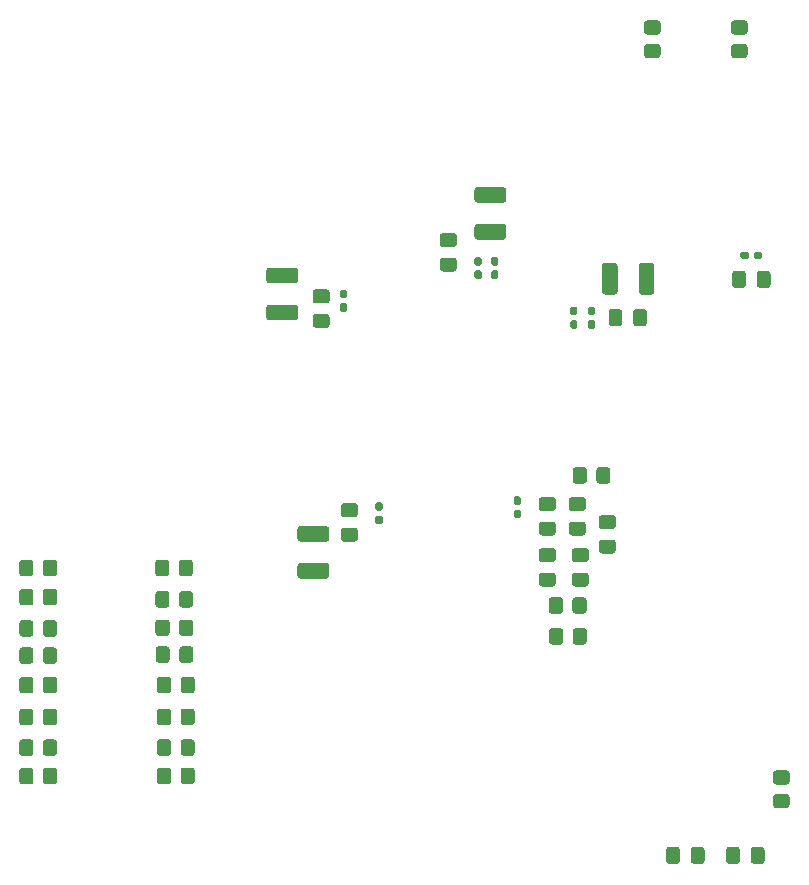
<source format=gbp>
G04 #@! TF.GenerationSoftware,KiCad,Pcbnew,5.1.10-88a1d61d58~88~ubuntu20.04.1*
G04 #@! TF.CreationDate,2021-04-28T19:55:47-05:00*
G04 #@! TF.ProjectId,obi1,6f626931-2e6b-4696-9361-645f70636258,rev?*
G04 #@! TF.SameCoordinates,Original*
G04 #@! TF.FileFunction,Paste,Bot*
G04 #@! TF.FilePolarity,Positive*
%FSLAX46Y46*%
G04 Gerber Fmt 4.6, Leading zero omitted, Abs format (unit mm)*
G04 Created by KiCad (PCBNEW 5.1.10-88a1d61d58~88~ubuntu20.04.1) date 2021-04-28 19:55:47*
%MOMM*%
%LPD*%
G01*
G04 APERTURE LIST*
G04 APERTURE END LIST*
G36*
G01*
X149944003Y-112715000D02*
X147743997Y-112715000D01*
G75*
G02*
X147494000Y-112465003I0J249997D01*
G01*
X147494000Y-111639997D01*
G75*
G02*
X147743997Y-111390000I249997J0D01*
G01*
X149944003Y-111390000D01*
G75*
G02*
X150194000Y-111639997I0J-249997D01*
G01*
X150194000Y-112465003D01*
G75*
G02*
X149944003Y-112715000I-249997J0D01*
G01*
G37*
G36*
G01*
X149944003Y-109590000D02*
X147743997Y-109590000D01*
G75*
G02*
X147494000Y-109340003I0J249997D01*
G01*
X147494000Y-108514997D01*
G75*
G02*
X147743997Y-108265000I249997J0D01*
G01*
X149944003Y-108265000D01*
G75*
G02*
X150194000Y-108514997I0J-249997D01*
G01*
X150194000Y-109340003D01*
G75*
G02*
X149944003Y-109590000I-249997J0D01*
G01*
G37*
G36*
G01*
X136800000Y-126569999D02*
X136800000Y-127470001D01*
G75*
G02*
X136550001Y-127720000I-249999J0D01*
G01*
X135849999Y-127720000D01*
G75*
G02*
X135600000Y-127470001I0J249999D01*
G01*
X135600000Y-126569999D01*
G75*
G02*
X135849999Y-126320000I249999J0D01*
G01*
X136550001Y-126320000D01*
G75*
G02*
X136800000Y-126569999I0J-249999D01*
G01*
G37*
G36*
G01*
X138800000Y-126569999D02*
X138800000Y-127470001D01*
G75*
G02*
X138550001Y-127720000I-249999J0D01*
G01*
X137849999Y-127720000D01*
G75*
G02*
X137600000Y-127470001I0J249999D01*
G01*
X137600000Y-126569999D01*
G75*
G02*
X137849999Y-126320000I249999J0D01*
G01*
X138550001Y-126320000D01*
G75*
G02*
X138800000Y-126569999I0J-249999D01*
G01*
G37*
G36*
G01*
X152375000Y-109582500D02*
X151425000Y-109582500D01*
G75*
G02*
X151175000Y-109332500I0J250000D01*
G01*
X151175000Y-108657500D01*
G75*
G02*
X151425000Y-108407500I250000J0D01*
G01*
X152375000Y-108407500D01*
G75*
G02*
X152625000Y-108657500I0J-250000D01*
G01*
X152625000Y-109332500D01*
G75*
G02*
X152375000Y-109582500I-250000J0D01*
G01*
G37*
G36*
G01*
X152375000Y-107507500D02*
X151425000Y-107507500D01*
G75*
G02*
X151175000Y-107257500I0J250000D01*
G01*
X151175000Y-106582500D01*
G75*
G02*
X151425000Y-106332500I250000J0D01*
G01*
X152375000Y-106332500D01*
G75*
G02*
X152625000Y-106582500I0J-250000D01*
G01*
X152625000Y-107257500D01*
G75*
G02*
X152375000Y-107507500I-250000J0D01*
G01*
G37*
G36*
G01*
X147300003Y-87720000D02*
X145099997Y-87720000D01*
G75*
G02*
X144850000Y-87470003I0J249997D01*
G01*
X144850000Y-86644997D01*
G75*
G02*
X145099997Y-86395000I249997J0D01*
G01*
X147300003Y-86395000D01*
G75*
G02*
X147550000Y-86644997I0J-249997D01*
G01*
X147550000Y-87470003D01*
G75*
G02*
X147300003Y-87720000I-249997J0D01*
G01*
G37*
G36*
G01*
X147300003Y-90845000D02*
X145099997Y-90845000D01*
G75*
G02*
X144850000Y-90595003I0J249997D01*
G01*
X144850000Y-89769997D01*
G75*
G02*
X145099997Y-89520000I249997J0D01*
G01*
X147300003Y-89520000D01*
G75*
G02*
X147550000Y-89769997I0J-249997D01*
G01*
X147550000Y-90595003D01*
G75*
G02*
X147300003Y-90845000I-249997J0D01*
G01*
G37*
G36*
G01*
X149975000Y-91482500D02*
X149025000Y-91482500D01*
G75*
G02*
X148775000Y-91232500I0J250000D01*
G01*
X148775000Y-90557500D01*
G75*
G02*
X149025000Y-90307500I250000J0D01*
G01*
X149975000Y-90307500D01*
G75*
G02*
X150225000Y-90557500I0J-250000D01*
G01*
X150225000Y-91232500D01*
G75*
G02*
X149975000Y-91482500I-250000J0D01*
G01*
G37*
G36*
G01*
X149975000Y-89407500D02*
X149025000Y-89407500D01*
G75*
G02*
X148775000Y-89157500I0J250000D01*
G01*
X148775000Y-88482500D01*
G75*
G02*
X149025000Y-88232500I250000J0D01*
G01*
X149975000Y-88232500D01*
G75*
G02*
X150225000Y-88482500I0J-250000D01*
G01*
X150225000Y-89157500D01*
G75*
G02*
X149975000Y-89407500I-250000J0D01*
G01*
G37*
G36*
G01*
X151555000Y-90122500D02*
X151245000Y-90122500D01*
G75*
G02*
X151090000Y-89967500I0J155000D01*
G01*
X151090000Y-89542500D01*
G75*
G02*
X151245000Y-89387500I155000J0D01*
G01*
X151555000Y-89387500D01*
G75*
G02*
X151710000Y-89542500I0J-155000D01*
G01*
X151710000Y-89967500D01*
G75*
G02*
X151555000Y-90122500I-155000J0D01*
G01*
G37*
G36*
G01*
X151555000Y-88987500D02*
X151245000Y-88987500D01*
G75*
G02*
X151090000Y-88832500I0J155000D01*
G01*
X151090000Y-88407500D01*
G75*
G02*
X151245000Y-88252500I155000J0D01*
G01*
X151555000Y-88252500D01*
G75*
G02*
X151710000Y-88407500I0J-155000D01*
G01*
X151710000Y-88832500D01*
G75*
G02*
X151555000Y-88987500I-155000J0D01*
G01*
G37*
G36*
G01*
X174600000Y-86219997D02*
X174600000Y-88420003D01*
G75*
G02*
X174350003Y-88670000I-249997J0D01*
G01*
X173524997Y-88670000D01*
G75*
G02*
X173275000Y-88420003I0J249997D01*
G01*
X173275000Y-86219997D01*
G75*
G02*
X173524997Y-85970000I249997J0D01*
G01*
X174350003Y-85970000D01*
G75*
G02*
X174600000Y-86219997I0J-249997D01*
G01*
G37*
G36*
G01*
X177725000Y-86219997D02*
X177725000Y-88420003D01*
G75*
G02*
X177475003Y-88670000I-249997J0D01*
G01*
X176649997Y-88670000D01*
G75*
G02*
X176400000Y-88420003I0J249997D01*
G01*
X176400000Y-86219997D01*
G75*
G02*
X176649997Y-85970000I249997J0D01*
G01*
X177475003Y-85970000D01*
G75*
G02*
X177725000Y-86219997I0J-249997D01*
G01*
G37*
G36*
G01*
X177087500Y-90145000D02*
X177087500Y-91095000D01*
G75*
G02*
X176837500Y-91345000I-250000J0D01*
G01*
X176162500Y-91345000D01*
G75*
G02*
X175912500Y-91095000I0J250000D01*
G01*
X175912500Y-90145000D01*
G75*
G02*
X176162500Y-89895000I250000J0D01*
G01*
X176837500Y-89895000D01*
G75*
G02*
X177087500Y-90145000I0J-250000D01*
G01*
G37*
G36*
G01*
X175012500Y-90145000D02*
X175012500Y-91095000D01*
G75*
G02*
X174762500Y-91345000I-250000J0D01*
G01*
X174087500Y-91345000D01*
G75*
G02*
X173837500Y-91095000I0J250000D01*
G01*
X173837500Y-90145000D01*
G75*
G02*
X174087500Y-89895000I250000J0D01*
G01*
X174762500Y-89895000D01*
G75*
G02*
X175012500Y-90145000I0J-250000D01*
G01*
G37*
G36*
G01*
X172555000Y-90420000D02*
X172245000Y-90420000D01*
G75*
G02*
X172090000Y-90265000I0J155000D01*
G01*
X172090000Y-89840000D01*
G75*
G02*
X172245000Y-89685000I155000J0D01*
G01*
X172555000Y-89685000D01*
G75*
G02*
X172710000Y-89840000I0J-155000D01*
G01*
X172710000Y-90265000D01*
G75*
G02*
X172555000Y-90420000I-155000J0D01*
G01*
G37*
G36*
G01*
X172555000Y-91555000D02*
X172245000Y-91555000D01*
G75*
G02*
X172090000Y-91400000I0J155000D01*
G01*
X172090000Y-90975000D01*
G75*
G02*
X172245000Y-90820000I155000J0D01*
G01*
X172555000Y-90820000D01*
G75*
G02*
X172710000Y-90975000I0J-155000D01*
G01*
X172710000Y-91400000D01*
G75*
G02*
X172555000Y-91555000I-155000J0D01*
G01*
G37*
G36*
G01*
X171055000Y-91555000D02*
X170745000Y-91555000D01*
G75*
G02*
X170590000Y-91400000I0J155000D01*
G01*
X170590000Y-90975000D01*
G75*
G02*
X170745000Y-90820000I155000J0D01*
G01*
X171055000Y-90820000D01*
G75*
G02*
X171210000Y-90975000I0J-155000D01*
G01*
X171210000Y-91400000D01*
G75*
G02*
X171055000Y-91555000I-155000J0D01*
G01*
G37*
G36*
G01*
X171055000Y-90420000D02*
X170745000Y-90420000D01*
G75*
G02*
X170590000Y-90265000I0J155000D01*
G01*
X170590000Y-89840000D01*
G75*
G02*
X170745000Y-89685000I155000J0D01*
G01*
X171055000Y-89685000D01*
G75*
G02*
X171210000Y-89840000I0J-155000D01*
G01*
X171210000Y-90265000D01*
G75*
G02*
X171055000Y-90420000I-155000J0D01*
G01*
G37*
G36*
G01*
X154555000Y-108122500D02*
X154245000Y-108122500D01*
G75*
G02*
X154090000Y-107967500I0J155000D01*
G01*
X154090000Y-107542500D01*
G75*
G02*
X154245000Y-107387500I155000J0D01*
G01*
X154555000Y-107387500D01*
G75*
G02*
X154710000Y-107542500I0J-155000D01*
G01*
X154710000Y-107967500D01*
G75*
G02*
X154555000Y-108122500I-155000J0D01*
G01*
G37*
G36*
G01*
X154555000Y-106987500D02*
X154245000Y-106987500D01*
G75*
G02*
X154090000Y-106832500I0J155000D01*
G01*
X154090000Y-106407500D01*
G75*
G02*
X154245000Y-106252500I155000J0D01*
G01*
X154555000Y-106252500D01*
G75*
G02*
X154710000Y-106407500I0J-155000D01*
G01*
X154710000Y-106832500D01*
G75*
G02*
X154555000Y-106987500I-155000J0D01*
G01*
G37*
G36*
G01*
X162729997Y-79563000D02*
X164930003Y-79563000D01*
G75*
G02*
X165180000Y-79812997I0J-249997D01*
G01*
X165180000Y-80638003D01*
G75*
G02*
X164930003Y-80888000I-249997J0D01*
G01*
X162729997Y-80888000D01*
G75*
G02*
X162480000Y-80638003I0J249997D01*
G01*
X162480000Y-79812997D01*
G75*
G02*
X162729997Y-79563000I249997J0D01*
G01*
G37*
G36*
G01*
X162729997Y-82688000D02*
X164930003Y-82688000D01*
G75*
G02*
X165180000Y-82937997I0J-249997D01*
G01*
X165180000Y-83763003D01*
G75*
G02*
X164930003Y-84013000I-249997J0D01*
G01*
X162729997Y-84013000D01*
G75*
G02*
X162480000Y-83763003I0J249997D01*
G01*
X162480000Y-82937997D01*
G75*
G02*
X162729997Y-82688000I249997J0D01*
G01*
G37*
G36*
G01*
X159799000Y-83465000D02*
X160749000Y-83465000D01*
G75*
G02*
X160999000Y-83715000I0J-250000D01*
G01*
X160999000Y-84390000D01*
G75*
G02*
X160749000Y-84640000I-250000J0D01*
G01*
X159799000Y-84640000D01*
G75*
G02*
X159549000Y-84390000I0J250000D01*
G01*
X159549000Y-83715000D01*
G75*
G02*
X159799000Y-83465000I250000J0D01*
G01*
G37*
G36*
G01*
X159799000Y-85540000D02*
X160749000Y-85540000D01*
G75*
G02*
X160999000Y-85790000I0J-250000D01*
G01*
X160999000Y-86465000D01*
G75*
G02*
X160749000Y-86715000I-250000J0D01*
G01*
X159799000Y-86715000D01*
G75*
G02*
X159549000Y-86465000I0J250000D01*
G01*
X159549000Y-85790000D01*
G75*
G02*
X159799000Y-85540000I250000J0D01*
G01*
G37*
G36*
G01*
X162645000Y-86620000D02*
X162955000Y-86620000D01*
G75*
G02*
X163110000Y-86775000I0J-155000D01*
G01*
X163110000Y-87200000D01*
G75*
G02*
X162955000Y-87355000I-155000J0D01*
G01*
X162645000Y-87355000D01*
G75*
G02*
X162490000Y-87200000I0J155000D01*
G01*
X162490000Y-86775000D01*
G75*
G02*
X162645000Y-86620000I155000J0D01*
G01*
G37*
G36*
G01*
X162645000Y-85485000D02*
X162955000Y-85485000D01*
G75*
G02*
X163110000Y-85640000I0J-155000D01*
G01*
X163110000Y-86065000D01*
G75*
G02*
X162955000Y-86220000I-155000J0D01*
G01*
X162645000Y-86220000D01*
G75*
G02*
X162490000Y-86065000I0J155000D01*
G01*
X162490000Y-85640000D01*
G75*
G02*
X162645000Y-85485000I155000J0D01*
G01*
G37*
G36*
G01*
X164045000Y-85485000D02*
X164355000Y-85485000D01*
G75*
G02*
X164510000Y-85640000I0J-155000D01*
G01*
X164510000Y-86065000D01*
G75*
G02*
X164355000Y-86220000I-155000J0D01*
G01*
X164045000Y-86220000D01*
G75*
G02*
X163890000Y-86065000I0J155000D01*
G01*
X163890000Y-85640000D01*
G75*
G02*
X164045000Y-85485000I155000J0D01*
G01*
G37*
G36*
G01*
X164045000Y-86620000D02*
X164355000Y-86620000D01*
G75*
G02*
X164510000Y-86775000I0J-155000D01*
G01*
X164510000Y-87200000D01*
G75*
G02*
X164355000Y-87355000I-155000J0D01*
G01*
X164045000Y-87355000D01*
G75*
G02*
X163890000Y-87200000I0J155000D01*
G01*
X163890000Y-86775000D01*
G75*
G02*
X164045000Y-86620000I155000J0D01*
G01*
G37*
G36*
G01*
X166271000Y-106480000D02*
X165961000Y-106480000D01*
G75*
G02*
X165806000Y-106325000I0J155000D01*
G01*
X165806000Y-105900000D01*
G75*
G02*
X165961000Y-105745000I155000J0D01*
G01*
X166271000Y-105745000D01*
G75*
G02*
X166426000Y-105900000I0J-155000D01*
G01*
X166426000Y-106325000D01*
G75*
G02*
X166271000Y-106480000I-155000J0D01*
G01*
G37*
G36*
G01*
X166271000Y-107615000D02*
X165961000Y-107615000D01*
G75*
G02*
X165806000Y-107460000I0J155000D01*
G01*
X165806000Y-107035000D01*
G75*
G02*
X165961000Y-106880000I155000J0D01*
G01*
X166271000Y-106880000D01*
G75*
G02*
X166426000Y-107035000I0J-155000D01*
G01*
X166426000Y-107460000D01*
G75*
G02*
X166271000Y-107615000I-155000J0D01*
G01*
G37*
G36*
G01*
X169131000Y-106992000D02*
X168181000Y-106992000D01*
G75*
G02*
X167931000Y-106742000I0J250000D01*
G01*
X167931000Y-106067000D01*
G75*
G02*
X168181000Y-105817000I250000J0D01*
G01*
X169131000Y-105817000D01*
G75*
G02*
X169381000Y-106067000I0J-250000D01*
G01*
X169381000Y-106742000D01*
G75*
G02*
X169131000Y-106992000I-250000J0D01*
G01*
G37*
G36*
G01*
X169131000Y-109067000D02*
X168181000Y-109067000D01*
G75*
G02*
X167931000Y-108817000I0J250000D01*
G01*
X167931000Y-108142000D01*
G75*
G02*
X168181000Y-107892000I250000J0D01*
G01*
X169131000Y-107892000D01*
G75*
G02*
X169381000Y-108142000I0J-250000D01*
G01*
X169381000Y-108817000D01*
G75*
G02*
X169131000Y-109067000I-250000J0D01*
G01*
G37*
G36*
G01*
X171671000Y-109067000D02*
X170721000Y-109067000D01*
G75*
G02*
X170471000Y-108817000I0J250000D01*
G01*
X170471000Y-108142000D01*
G75*
G02*
X170721000Y-107892000I250000J0D01*
G01*
X171671000Y-107892000D01*
G75*
G02*
X171921000Y-108142000I0J-250000D01*
G01*
X171921000Y-108817000D01*
G75*
G02*
X171671000Y-109067000I-250000J0D01*
G01*
G37*
G36*
G01*
X171671000Y-106992000D02*
X170721000Y-106992000D01*
G75*
G02*
X170471000Y-106742000I0J250000D01*
G01*
X170471000Y-106067000D01*
G75*
G02*
X170721000Y-105817000I250000J0D01*
G01*
X171671000Y-105817000D01*
G75*
G02*
X171921000Y-106067000I0J-250000D01*
G01*
X171921000Y-106742000D01*
G75*
G02*
X171671000Y-106992000I-250000J0D01*
G01*
G37*
G36*
G01*
X174211000Y-108516000D02*
X173261000Y-108516000D01*
G75*
G02*
X173011000Y-108266000I0J250000D01*
G01*
X173011000Y-107591000D01*
G75*
G02*
X173261000Y-107341000I250000J0D01*
G01*
X174211000Y-107341000D01*
G75*
G02*
X174461000Y-107591000I0J-250000D01*
G01*
X174461000Y-108266000D01*
G75*
G02*
X174211000Y-108516000I-250000J0D01*
G01*
G37*
G36*
G01*
X174211000Y-110591000D02*
X173261000Y-110591000D01*
G75*
G02*
X173011000Y-110341000I0J250000D01*
G01*
X173011000Y-109666000D01*
G75*
G02*
X173261000Y-109416000I250000J0D01*
G01*
X174211000Y-109416000D01*
G75*
G02*
X174461000Y-109666000I0J-250000D01*
G01*
X174461000Y-110341000D01*
G75*
G02*
X174211000Y-110591000I-250000J0D01*
G01*
G37*
G36*
G01*
X170975000Y-110135000D02*
X171925000Y-110135000D01*
G75*
G02*
X172175000Y-110385000I0J-250000D01*
G01*
X172175000Y-111060000D01*
G75*
G02*
X171925000Y-111310000I-250000J0D01*
G01*
X170975000Y-111310000D01*
G75*
G02*
X170725000Y-111060000I0J250000D01*
G01*
X170725000Y-110385000D01*
G75*
G02*
X170975000Y-110135000I250000J0D01*
G01*
G37*
G36*
G01*
X170975000Y-112210000D02*
X171925000Y-112210000D01*
G75*
G02*
X172175000Y-112460000I0J-250000D01*
G01*
X172175000Y-113135000D01*
G75*
G02*
X171925000Y-113385000I-250000J0D01*
G01*
X170975000Y-113385000D01*
G75*
G02*
X170725000Y-113135000I0J250000D01*
G01*
X170725000Y-112460000D01*
G75*
G02*
X170975000Y-112210000I250000J0D01*
G01*
G37*
G36*
G01*
X168181000Y-112210000D02*
X169131000Y-112210000D01*
G75*
G02*
X169381000Y-112460000I0J-250000D01*
G01*
X169381000Y-113135000D01*
G75*
G02*
X169131000Y-113385000I-250000J0D01*
G01*
X168181000Y-113385000D01*
G75*
G02*
X167931000Y-113135000I0J250000D01*
G01*
X167931000Y-112460000D01*
G75*
G02*
X168181000Y-112210000I250000J0D01*
G01*
G37*
G36*
G01*
X168181000Y-110135000D02*
X169131000Y-110135000D01*
G75*
G02*
X169381000Y-110385000I0J-250000D01*
G01*
X169381000Y-111060000D01*
G75*
G02*
X169131000Y-111310000I-250000J0D01*
G01*
X168181000Y-111310000D01*
G75*
G02*
X167931000Y-111060000I0J250000D01*
G01*
X167931000Y-110385000D01*
G75*
G02*
X168181000Y-110135000I250000J0D01*
G01*
G37*
G36*
G01*
X181965000Y-135669000D02*
X181965000Y-136619000D01*
G75*
G02*
X181715000Y-136869000I-250000J0D01*
G01*
X181040000Y-136869000D01*
G75*
G02*
X180790000Y-136619000I0J250000D01*
G01*
X180790000Y-135669000D01*
G75*
G02*
X181040000Y-135419000I250000J0D01*
G01*
X181715000Y-135419000D01*
G75*
G02*
X181965000Y-135669000I0J-250000D01*
G01*
G37*
G36*
G01*
X179890000Y-135669000D02*
X179890000Y-136619000D01*
G75*
G02*
X179640000Y-136869000I-250000J0D01*
G01*
X178965000Y-136869000D01*
G75*
G02*
X178715000Y-136619000I0J250000D01*
G01*
X178715000Y-135669000D01*
G75*
G02*
X178965000Y-135419000I250000J0D01*
G01*
X179640000Y-135419000D01*
G75*
G02*
X179890000Y-135669000I0J-250000D01*
G01*
G37*
G36*
G01*
X185870000Y-136619000D02*
X185870000Y-135669000D01*
G75*
G02*
X186120000Y-135419000I250000J0D01*
G01*
X186795000Y-135419000D01*
G75*
G02*
X187045000Y-135669000I0J-250000D01*
G01*
X187045000Y-136619000D01*
G75*
G02*
X186795000Y-136869000I-250000J0D01*
G01*
X186120000Y-136869000D01*
G75*
G02*
X185870000Y-136619000I0J250000D01*
G01*
G37*
G36*
G01*
X183795000Y-136619000D02*
X183795000Y-135669000D01*
G75*
G02*
X184045000Y-135419000I250000J0D01*
G01*
X184720000Y-135419000D01*
G75*
G02*
X184970000Y-135669000I0J-250000D01*
G01*
X184970000Y-136619000D01*
G75*
G02*
X184720000Y-136869000I-250000J0D01*
G01*
X184045000Y-136869000D01*
G75*
G02*
X183795000Y-136619000I0J250000D01*
G01*
G37*
G36*
G01*
X186378000Y-87851000D02*
X186378000Y-86901000D01*
G75*
G02*
X186628000Y-86651000I250000J0D01*
G01*
X187303000Y-86651000D01*
G75*
G02*
X187553000Y-86901000I0J-250000D01*
G01*
X187553000Y-87851000D01*
G75*
G02*
X187303000Y-88101000I-250000J0D01*
G01*
X186628000Y-88101000D01*
G75*
G02*
X186378000Y-87851000I0J250000D01*
G01*
G37*
G36*
G01*
X184303000Y-87851000D02*
X184303000Y-86901000D01*
G75*
G02*
X184553000Y-86651000I250000J0D01*
G01*
X185228000Y-86651000D01*
G75*
G02*
X185478000Y-86901000I0J-250000D01*
G01*
X185478000Y-87851000D01*
G75*
G02*
X185228000Y-88101000I-250000J0D01*
G01*
X184553000Y-88101000D01*
G75*
G02*
X184303000Y-87851000I0J250000D01*
G01*
G37*
G36*
G01*
X184993000Y-85499000D02*
X184993000Y-85189000D01*
G75*
G02*
X185148000Y-85034000I155000J0D01*
G01*
X185573000Y-85034000D01*
G75*
G02*
X185728000Y-85189000I0J-155000D01*
G01*
X185728000Y-85499000D01*
G75*
G02*
X185573000Y-85654000I-155000J0D01*
G01*
X185148000Y-85654000D01*
G75*
G02*
X184993000Y-85499000I0J155000D01*
G01*
G37*
G36*
G01*
X186128000Y-85499000D02*
X186128000Y-85189000D01*
G75*
G02*
X186283000Y-85034000I155000J0D01*
G01*
X186708000Y-85034000D01*
G75*
G02*
X186863000Y-85189000I0J-155000D01*
G01*
X186863000Y-85499000D01*
G75*
G02*
X186708000Y-85654000I-155000J0D01*
G01*
X186283000Y-85654000D01*
G75*
G02*
X186128000Y-85499000I0J155000D01*
G01*
G37*
G36*
G01*
X168779500Y-115442001D02*
X168779500Y-114541999D01*
G75*
G02*
X169029499Y-114292000I249999J0D01*
G01*
X169729501Y-114292000D01*
G75*
G02*
X169979500Y-114541999I0J-249999D01*
G01*
X169979500Y-115442001D01*
G75*
G02*
X169729501Y-115692000I-249999J0D01*
G01*
X169029499Y-115692000D01*
G75*
G02*
X168779500Y-115442001I0J249999D01*
G01*
G37*
G36*
G01*
X170779500Y-115442001D02*
X170779500Y-114541999D01*
G75*
G02*
X171029499Y-114292000I249999J0D01*
G01*
X171729501Y-114292000D01*
G75*
G02*
X171979500Y-114541999I0J-249999D01*
G01*
X171979500Y-115442001D01*
G75*
G02*
X171729501Y-115692000I-249999J0D01*
G01*
X171029499Y-115692000D01*
G75*
G02*
X170779500Y-115442001I0J249999D01*
G01*
G37*
G36*
G01*
X168802000Y-118052001D02*
X168802000Y-117151999D01*
G75*
G02*
X169051999Y-116902000I249999J0D01*
G01*
X169752001Y-116902000D01*
G75*
G02*
X170002000Y-117151999I0J-249999D01*
G01*
X170002000Y-118052001D01*
G75*
G02*
X169752001Y-118302000I-249999J0D01*
G01*
X169051999Y-118302000D01*
G75*
G02*
X168802000Y-118052001I0J249999D01*
G01*
G37*
G36*
G01*
X170802000Y-118052001D02*
X170802000Y-117151999D01*
G75*
G02*
X171051999Y-116902000I249999J0D01*
G01*
X171752001Y-116902000D01*
G75*
G02*
X172002000Y-117151999I0J-249999D01*
G01*
X172002000Y-118052001D01*
G75*
G02*
X171752001Y-118302000I-249999J0D01*
G01*
X171051999Y-118302000D01*
G75*
G02*
X170802000Y-118052001I0J249999D01*
G01*
G37*
G36*
G01*
X172000000Y-103529999D02*
X172000000Y-104430001D01*
G75*
G02*
X171750001Y-104680000I-249999J0D01*
G01*
X171049999Y-104680000D01*
G75*
G02*
X170800000Y-104430001I0J249999D01*
G01*
X170800000Y-103529999D01*
G75*
G02*
X171049999Y-103280000I249999J0D01*
G01*
X171750001Y-103280000D01*
G75*
G02*
X172000000Y-103529999I0J-249999D01*
G01*
G37*
G36*
G01*
X174000000Y-103529999D02*
X174000000Y-104430001D01*
G75*
G02*
X173750001Y-104680000I-249999J0D01*
G01*
X173049999Y-104680000D01*
G75*
G02*
X172800000Y-104430001I0J249999D01*
G01*
X172800000Y-103529999D01*
G75*
G02*
X173049999Y-103280000I249999J0D01*
G01*
X173750001Y-103280000D01*
G75*
G02*
X174000000Y-103529999I0J-249999D01*
G01*
G37*
G36*
G01*
X188918001Y-132156000D02*
X188017999Y-132156000D01*
G75*
G02*
X187768000Y-131906001I0J249999D01*
G01*
X187768000Y-131205999D01*
G75*
G02*
X188017999Y-130956000I249999J0D01*
G01*
X188918001Y-130956000D01*
G75*
G02*
X189168000Y-131205999I0J-249999D01*
G01*
X189168000Y-131906001D01*
G75*
G02*
X188918001Y-132156000I-249999J0D01*
G01*
G37*
G36*
G01*
X188918001Y-130156000D02*
X188017999Y-130156000D01*
G75*
G02*
X187768000Y-129906001I0J249999D01*
G01*
X187768000Y-129205999D01*
G75*
G02*
X188017999Y-128956000I249999J0D01*
G01*
X188918001Y-128956000D01*
G75*
G02*
X189168000Y-129205999I0J-249999D01*
G01*
X189168000Y-129906001D01*
G75*
G02*
X188918001Y-130156000I-249999J0D01*
G01*
G37*
G36*
G01*
X177095999Y-67456000D02*
X177996001Y-67456000D01*
G75*
G02*
X178246000Y-67705999I0J-249999D01*
G01*
X178246000Y-68406001D01*
G75*
G02*
X177996001Y-68656000I-249999J0D01*
G01*
X177095999Y-68656000D01*
G75*
G02*
X176846000Y-68406001I0J249999D01*
G01*
X176846000Y-67705999D01*
G75*
G02*
X177095999Y-67456000I249999J0D01*
G01*
G37*
G36*
G01*
X177095999Y-65456000D02*
X177996001Y-65456000D01*
G75*
G02*
X178246000Y-65705999I0J-249999D01*
G01*
X178246000Y-66406001D01*
G75*
G02*
X177996001Y-66656000I-249999J0D01*
G01*
X177095999Y-66656000D01*
G75*
G02*
X176846000Y-66406001I0J249999D01*
G01*
X176846000Y-65705999D01*
G75*
G02*
X177095999Y-65456000I249999J0D01*
G01*
G37*
G36*
G01*
X184461999Y-67456000D02*
X185362001Y-67456000D01*
G75*
G02*
X185612000Y-67705999I0J-249999D01*
G01*
X185612000Y-68406001D01*
G75*
G02*
X185362001Y-68656000I-249999J0D01*
G01*
X184461999Y-68656000D01*
G75*
G02*
X184212000Y-68406001I0J249999D01*
G01*
X184212000Y-67705999D01*
G75*
G02*
X184461999Y-67456000I249999J0D01*
G01*
G37*
G36*
G01*
X184461999Y-65456000D02*
X185362001Y-65456000D01*
G75*
G02*
X185612000Y-65705999I0J-249999D01*
G01*
X185612000Y-66406001D01*
G75*
G02*
X185362001Y-66656000I-249999J0D01*
G01*
X184461999Y-66656000D01*
G75*
G02*
X184212000Y-66406001I0J249999D01*
G01*
X184212000Y-65705999D01*
G75*
G02*
X184461999Y-65456000I249999J0D01*
G01*
G37*
G36*
G01*
X125147580Y-128982599D02*
X125147580Y-129882601D01*
G75*
G02*
X124897581Y-130132600I-249999J0D01*
G01*
X124197579Y-130132600D01*
G75*
G02*
X123947580Y-129882601I0J249999D01*
G01*
X123947580Y-128982599D01*
G75*
G02*
X124197579Y-128732600I249999J0D01*
G01*
X124897581Y-128732600D01*
G75*
G02*
X125147580Y-128982599I0J-249999D01*
G01*
G37*
G36*
G01*
X127147580Y-128982599D02*
X127147580Y-129882601D01*
G75*
G02*
X126897581Y-130132600I-249999J0D01*
G01*
X126197579Y-130132600D01*
G75*
G02*
X125947580Y-129882601I0J249999D01*
G01*
X125947580Y-128982599D01*
G75*
G02*
X126197579Y-128732600I249999J0D01*
G01*
X126897581Y-128732600D01*
G75*
G02*
X127147580Y-128982599I0J-249999D01*
G01*
G37*
G36*
G01*
X127147580Y-126582599D02*
X127147580Y-127482601D01*
G75*
G02*
X126897581Y-127732600I-249999J0D01*
G01*
X126197579Y-127732600D01*
G75*
G02*
X125947580Y-127482601I0J249999D01*
G01*
X125947580Y-126582599D01*
G75*
G02*
X126197579Y-126332600I249999J0D01*
G01*
X126897581Y-126332600D01*
G75*
G02*
X127147580Y-126582599I0J-249999D01*
G01*
G37*
G36*
G01*
X125147580Y-126582599D02*
X125147580Y-127482601D01*
G75*
G02*
X124897581Y-127732600I-249999J0D01*
G01*
X124197579Y-127732600D01*
G75*
G02*
X123947580Y-127482601I0J249999D01*
G01*
X123947580Y-126582599D01*
G75*
G02*
X124197579Y-126332600I249999J0D01*
G01*
X124897581Y-126332600D01*
G75*
G02*
X125147580Y-126582599I0J-249999D01*
G01*
G37*
G36*
G01*
X125147580Y-123982599D02*
X125147580Y-124882601D01*
G75*
G02*
X124897581Y-125132600I-249999J0D01*
G01*
X124197579Y-125132600D01*
G75*
G02*
X123947580Y-124882601I0J249999D01*
G01*
X123947580Y-123982599D01*
G75*
G02*
X124197579Y-123732600I249999J0D01*
G01*
X124897581Y-123732600D01*
G75*
G02*
X125147580Y-123982599I0J-249999D01*
G01*
G37*
G36*
G01*
X127147580Y-123982599D02*
X127147580Y-124882601D01*
G75*
G02*
X126897581Y-125132600I-249999J0D01*
G01*
X126197579Y-125132600D01*
G75*
G02*
X125947580Y-124882601I0J249999D01*
G01*
X125947580Y-123982599D01*
G75*
G02*
X126197579Y-123732600I249999J0D01*
G01*
X126897581Y-123732600D01*
G75*
G02*
X127147580Y-123982599I0J-249999D01*
G01*
G37*
G36*
G01*
X127147580Y-121282599D02*
X127147580Y-122182601D01*
G75*
G02*
X126897581Y-122432600I-249999J0D01*
G01*
X126197579Y-122432600D01*
G75*
G02*
X125947580Y-122182601I0J249999D01*
G01*
X125947580Y-121282599D01*
G75*
G02*
X126197579Y-121032600I249999J0D01*
G01*
X126897581Y-121032600D01*
G75*
G02*
X127147580Y-121282599I0J-249999D01*
G01*
G37*
G36*
G01*
X125147580Y-121282599D02*
X125147580Y-122182601D01*
G75*
G02*
X124897581Y-122432600I-249999J0D01*
G01*
X124197579Y-122432600D01*
G75*
G02*
X123947580Y-122182601I0J249999D01*
G01*
X123947580Y-121282599D01*
G75*
G02*
X124197579Y-121032600I249999J0D01*
G01*
X124897581Y-121032600D01*
G75*
G02*
X125147580Y-121282599I0J-249999D01*
G01*
G37*
G36*
G01*
X125147580Y-118782599D02*
X125147580Y-119682601D01*
G75*
G02*
X124897581Y-119932600I-249999J0D01*
G01*
X124197579Y-119932600D01*
G75*
G02*
X123947580Y-119682601I0J249999D01*
G01*
X123947580Y-118782599D01*
G75*
G02*
X124197579Y-118532600I249999J0D01*
G01*
X124897581Y-118532600D01*
G75*
G02*
X125147580Y-118782599I0J-249999D01*
G01*
G37*
G36*
G01*
X127147580Y-118782599D02*
X127147580Y-119682601D01*
G75*
G02*
X126897581Y-119932600I-249999J0D01*
G01*
X126197579Y-119932600D01*
G75*
G02*
X125947580Y-119682601I0J249999D01*
G01*
X125947580Y-118782599D01*
G75*
G02*
X126197579Y-118532600I249999J0D01*
G01*
X126897581Y-118532600D01*
G75*
G02*
X127147580Y-118782599I0J-249999D01*
G01*
G37*
G36*
G01*
X127147580Y-116482599D02*
X127147580Y-117382601D01*
G75*
G02*
X126897581Y-117632600I-249999J0D01*
G01*
X126197579Y-117632600D01*
G75*
G02*
X125947580Y-117382601I0J249999D01*
G01*
X125947580Y-116482599D01*
G75*
G02*
X126197579Y-116232600I249999J0D01*
G01*
X126897581Y-116232600D01*
G75*
G02*
X127147580Y-116482599I0J-249999D01*
G01*
G37*
G36*
G01*
X125147580Y-116482599D02*
X125147580Y-117382601D01*
G75*
G02*
X124897581Y-117632600I-249999J0D01*
G01*
X124197579Y-117632600D01*
G75*
G02*
X123947580Y-117382601I0J249999D01*
G01*
X123947580Y-116482599D01*
G75*
G02*
X124197579Y-116232600I249999J0D01*
G01*
X124897581Y-116232600D01*
G75*
G02*
X125147580Y-116482599I0J-249999D01*
G01*
G37*
G36*
G01*
X125147580Y-113832599D02*
X125147580Y-114732601D01*
G75*
G02*
X124897581Y-114982600I-249999J0D01*
G01*
X124197579Y-114982600D01*
G75*
G02*
X123947580Y-114732601I0J249999D01*
G01*
X123947580Y-113832599D01*
G75*
G02*
X124197579Y-113582600I249999J0D01*
G01*
X124897581Y-113582600D01*
G75*
G02*
X125147580Y-113832599I0J-249999D01*
G01*
G37*
G36*
G01*
X127147580Y-113832599D02*
X127147580Y-114732601D01*
G75*
G02*
X126897581Y-114982600I-249999J0D01*
G01*
X126197579Y-114982600D01*
G75*
G02*
X125947580Y-114732601I0J249999D01*
G01*
X125947580Y-113832599D01*
G75*
G02*
X126197579Y-113582600I249999J0D01*
G01*
X126897581Y-113582600D01*
G75*
G02*
X127147580Y-113832599I0J-249999D01*
G01*
G37*
G36*
G01*
X125150000Y-111369999D02*
X125150000Y-112270001D01*
G75*
G02*
X124900001Y-112520000I-249999J0D01*
G01*
X124199999Y-112520000D01*
G75*
G02*
X123950000Y-112270001I0J249999D01*
G01*
X123950000Y-111369999D01*
G75*
G02*
X124199999Y-111120000I249999J0D01*
G01*
X124900001Y-111120000D01*
G75*
G02*
X125150000Y-111369999I0J-249999D01*
G01*
G37*
G36*
G01*
X127150000Y-111369999D02*
X127150000Y-112270001D01*
G75*
G02*
X126900001Y-112520000I-249999J0D01*
G01*
X126199999Y-112520000D01*
G75*
G02*
X125950000Y-112270001I0J249999D01*
G01*
X125950000Y-111369999D01*
G75*
G02*
X126199999Y-111120000I249999J0D01*
G01*
X126900001Y-111120000D01*
G75*
G02*
X127150000Y-111369999I0J-249999D01*
G01*
G37*
G36*
G01*
X138800000Y-128969999D02*
X138800000Y-129870001D01*
G75*
G02*
X138550001Y-130120000I-249999J0D01*
G01*
X137849999Y-130120000D01*
G75*
G02*
X137600000Y-129870001I0J249999D01*
G01*
X137600000Y-128969999D01*
G75*
G02*
X137849999Y-128720000I249999J0D01*
G01*
X138550001Y-128720000D01*
G75*
G02*
X138800000Y-128969999I0J-249999D01*
G01*
G37*
G36*
G01*
X136800000Y-128969999D02*
X136800000Y-129870001D01*
G75*
G02*
X136550001Y-130120000I-249999J0D01*
G01*
X135849999Y-130120000D01*
G75*
G02*
X135600000Y-129870001I0J249999D01*
G01*
X135600000Y-128969999D01*
G75*
G02*
X135849999Y-128720000I249999J0D01*
G01*
X136550001Y-128720000D01*
G75*
G02*
X136800000Y-128969999I0J-249999D01*
G01*
G37*
G36*
G01*
X138800000Y-123969999D02*
X138800000Y-124870001D01*
G75*
G02*
X138550001Y-125120000I-249999J0D01*
G01*
X137849999Y-125120000D01*
G75*
G02*
X137600000Y-124870001I0J249999D01*
G01*
X137600000Y-123969999D01*
G75*
G02*
X137849999Y-123720000I249999J0D01*
G01*
X138550001Y-123720000D01*
G75*
G02*
X138800000Y-123969999I0J-249999D01*
G01*
G37*
G36*
G01*
X136800000Y-123969999D02*
X136800000Y-124870001D01*
G75*
G02*
X136550001Y-125120000I-249999J0D01*
G01*
X135849999Y-125120000D01*
G75*
G02*
X135600000Y-124870001I0J249999D01*
G01*
X135600000Y-123969999D01*
G75*
G02*
X135849999Y-123720000I249999J0D01*
G01*
X136550001Y-123720000D01*
G75*
G02*
X136800000Y-123969999I0J-249999D01*
G01*
G37*
G36*
G01*
X136800000Y-121269999D02*
X136800000Y-122170001D01*
G75*
G02*
X136550001Y-122420000I-249999J0D01*
G01*
X135849999Y-122420000D01*
G75*
G02*
X135600000Y-122170001I0J249999D01*
G01*
X135600000Y-121269999D01*
G75*
G02*
X135849999Y-121020000I249999J0D01*
G01*
X136550001Y-121020000D01*
G75*
G02*
X136800000Y-121269999I0J-249999D01*
G01*
G37*
G36*
G01*
X138800000Y-121269999D02*
X138800000Y-122170001D01*
G75*
G02*
X138550001Y-122420000I-249999J0D01*
G01*
X137849999Y-122420000D01*
G75*
G02*
X137600000Y-122170001I0J249999D01*
G01*
X137600000Y-121269999D01*
G75*
G02*
X137849999Y-121020000I249999J0D01*
G01*
X138550001Y-121020000D01*
G75*
G02*
X138800000Y-121269999I0J-249999D01*
G01*
G37*
G36*
G01*
X138686640Y-118700119D02*
X138686640Y-119600121D01*
G75*
G02*
X138436641Y-119850120I-249999J0D01*
G01*
X137736639Y-119850120D01*
G75*
G02*
X137486640Y-119600121I0J249999D01*
G01*
X137486640Y-118700119D01*
G75*
G02*
X137736639Y-118450120I249999J0D01*
G01*
X138436641Y-118450120D01*
G75*
G02*
X138686640Y-118700119I0J-249999D01*
G01*
G37*
G36*
G01*
X136686640Y-118700119D02*
X136686640Y-119600121D01*
G75*
G02*
X136436641Y-119850120I-249999J0D01*
G01*
X135736639Y-119850120D01*
G75*
G02*
X135486640Y-119600121I0J249999D01*
G01*
X135486640Y-118700119D01*
G75*
G02*
X135736639Y-118450120I249999J0D01*
G01*
X136436641Y-118450120D01*
G75*
G02*
X136686640Y-118700119I0J-249999D01*
G01*
G37*
G36*
G01*
X136676640Y-116430119D02*
X136676640Y-117330121D01*
G75*
G02*
X136426641Y-117580120I-249999J0D01*
G01*
X135726639Y-117580120D01*
G75*
G02*
X135476640Y-117330121I0J249999D01*
G01*
X135476640Y-116430119D01*
G75*
G02*
X135726639Y-116180120I249999J0D01*
G01*
X136426641Y-116180120D01*
G75*
G02*
X136676640Y-116430119I0J-249999D01*
G01*
G37*
G36*
G01*
X138676640Y-116430119D02*
X138676640Y-117330121D01*
G75*
G02*
X138426641Y-117580120I-249999J0D01*
G01*
X137726639Y-117580120D01*
G75*
G02*
X137476640Y-117330121I0J249999D01*
G01*
X137476640Y-116430119D01*
G75*
G02*
X137726639Y-116180120I249999J0D01*
G01*
X138426641Y-116180120D01*
G75*
G02*
X138676640Y-116430119I0J-249999D01*
G01*
G37*
G36*
G01*
X138666640Y-114020119D02*
X138666640Y-114920121D01*
G75*
G02*
X138416641Y-115170120I-249999J0D01*
G01*
X137716639Y-115170120D01*
G75*
G02*
X137466640Y-114920121I0J249999D01*
G01*
X137466640Y-114020119D01*
G75*
G02*
X137716639Y-113770120I249999J0D01*
G01*
X138416641Y-113770120D01*
G75*
G02*
X138666640Y-114020119I0J-249999D01*
G01*
G37*
G36*
G01*
X136666640Y-114020119D02*
X136666640Y-114920121D01*
G75*
G02*
X136416641Y-115170120I-249999J0D01*
G01*
X135716639Y-115170120D01*
G75*
G02*
X135466640Y-114920121I0J249999D01*
G01*
X135466640Y-114020119D01*
G75*
G02*
X135716639Y-113770120I249999J0D01*
G01*
X136416641Y-113770120D01*
G75*
G02*
X136666640Y-114020119I0J-249999D01*
G01*
G37*
G36*
G01*
X138650000Y-111369999D02*
X138650000Y-112270001D01*
G75*
G02*
X138400001Y-112520000I-249999J0D01*
G01*
X137699999Y-112520000D01*
G75*
G02*
X137450000Y-112270001I0J249999D01*
G01*
X137450000Y-111369999D01*
G75*
G02*
X137699999Y-111120000I249999J0D01*
G01*
X138400001Y-111120000D01*
G75*
G02*
X138650000Y-111369999I0J-249999D01*
G01*
G37*
G36*
G01*
X136650000Y-111369999D02*
X136650000Y-112270001D01*
G75*
G02*
X136400001Y-112520000I-249999J0D01*
G01*
X135699999Y-112520000D01*
G75*
G02*
X135450000Y-112270001I0J249999D01*
G01*
X135450000Y-111369999D01*
G75*
G02*
X135699999Y-111120000I249999J0D01*
G01*
X136400001Y-111120000D01*
G75*
G02*
X136650000Y-111369999I0J-249999D01*
G01*
G37*
M02*

</source>
